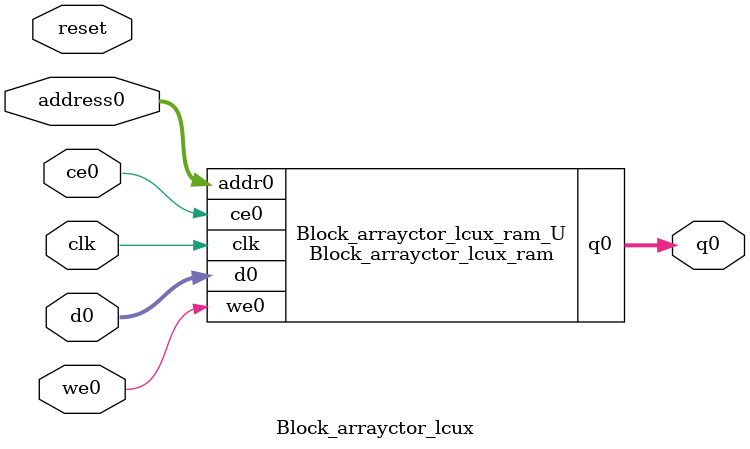
<source format=v>
`timescale 1 ns / 1 ps
module Block_arrayctor_lcux_ram (addr0, ce0, d0, we0, q0,  clk);

parameter DWIDTH = 4;
parameter AWIDTH = 16;
parameter MEM_SIZE = 52164;

input[AWIDTH-1:0] addr0;
input ce0;
input[DWIDTH-1:0] d0;
input we0;
output reg[DWIDTH-1:0] q0;
input clk;

(* ram_style = "block" *)reg [DWIDTH-1:0] ram[0:MEM_SIZE-1];




always @(posedge clk)  
begin 
    if (ce0) begin
        if (we0) 
            ram[addr0] <= d0; 
        q0 <= ram[addr0];
    end
end


endmodule

`timescale 1 ns / 1 ps
module Block_arrayctor_lcux(
    reset,
    clk,
    address0,
    ce0,
    we0,
    d0,
    q0);

parameter DataWidth = 32'd4;
parameter AddressRange = 32'd52164;
parameter AddressWidth = 32'd16;
input reset;
input clk;
input[AddressWidth - 1:0] address0;
input ce0;
input we0;
input[DataWidth - 1:0] d0;
output[DataWidth - 1:0] q0;



Block_arrayctor_lcux_ram Block_arrayctor_lcux_ram_U(
    .clk( clk ),
    .addr0( address0 ),
    .ce0( ce0 ),
    .we0( we0 ),
    .d0( d0 ),
    .q0( q0 ));

endmodule


</source>
